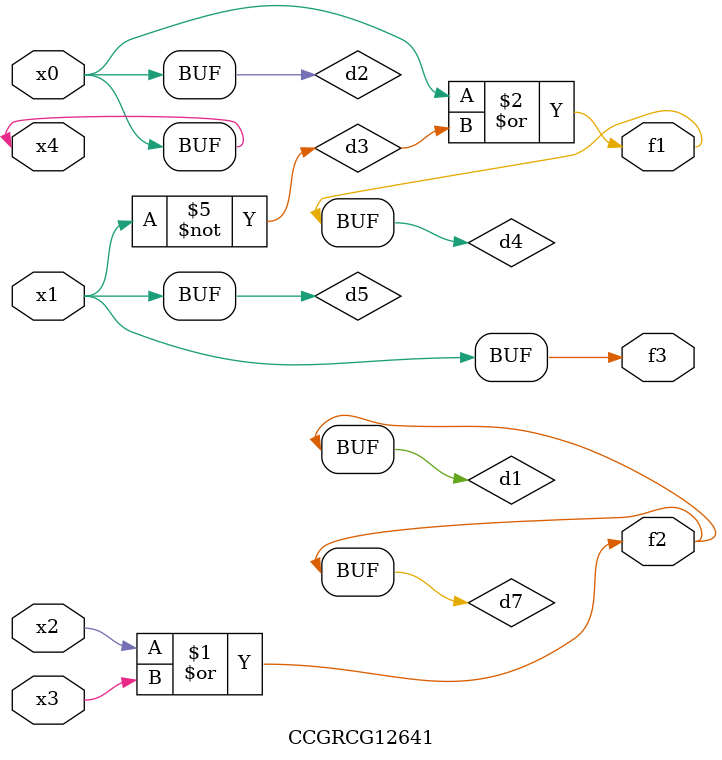
<source format=v>
module CCGRCG12641(
	input x0, x1, x2, x3, x4,
	output f1, f2, f3
);

	wire d1, d2, d3, d4, d5, d6, d7;

	or (d1, x2, x3);
	buf (d2, x0, x4);
	not (d3, x1);
	or (d4, d2, d3);
	not (d5, d3);
	nand (d6, d1, d3);
	or (d7, d1);
	assign f1 = d4;
	assign f2 = d7;
	assign f3 = d5;
endmodule

</source>
